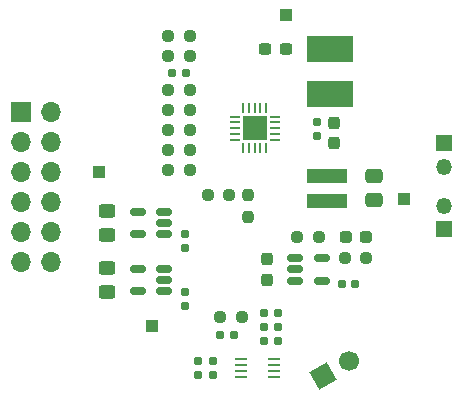
<source format=gbr>
%TF.GenerationSoftware,KiCad,Pcbnew,7.0.5*%
%TF.CreationDate,2023-06-06T16:57:07-04:00*%
%TF.ProjectId,PWR,5057522e-6b69-4636-9164-5f7063625858,rev?*%
%TF.SameCoordinates,Original*%
%TF.FileFunction,Soldermask,Top*%
%TF.FilePolarity,Negative*%
%FSLAX46Y46*%
G04 Gerber Fmt 4.6, Leading zero omitted, Abs format (unit mm)*
G04 Created by KiCad (PCBNEW 7.0.5) date 2023-06-06 16:57:07*
%MOMM*%
%LPD*%
G01*
G04 APERTURE LIST*
G04 Aperture macros list*
%AMRoundRect*
0 Rectangle with rounded corners*
0 $1 Rounding radius*
0 $2 $3 $4 $5 $6 $7 $8 $9 X,Y pos of 4 corners*
0 Add a 4 corners polygon primitive as box body*
4,1,4,$2,$3,$4,$5,$6,$7,$8,$9,$2,$3,0*
0 Add four circle primitives for the rounded corners*
1,1,$1+$1,$2,$3*
1,1,$1+$1,$4,$5*
1,1,$1+$1,$6,$7*
1,1,$1+$1,$8,$9*
0 Add four rect primitives between the rounded corners*
20,1,$1+$1,$2,$3,$4,$5,0*
20,1,$1+$1,$4,$5,$6,$7,0*
20,1,$1+$1,$6,$7,$8,$9,0*
20,1,$1+$1,$8,$9,$2,$3,0*%
%AMHorizOval*
0 Thick line with rounded ends*
0 $1 width*
0 $2 $3 position (X,Y) of the first rounded end (center of the circle)*
0 $4 $5 position (X,Y) of the second rounded end (center of the circle)*
0 Add line between two ends*
20,1,$1,$2,$3,$4,$5,0*
0 Add two circle primitives to create the rounded ends*
1,1,$1,$2,$3*
1,1,$1,$4,$5*%
%AMRotRect*
0 Rectangle, with rotation*
0 The origin of the aperture is its center*
0 $1 length*
0 $2 width*
0 $3 Rotation angle, in degrees counterclockwise*
0 Add horizontal line*
21,1,$1,$2,0,0,$3*%
G04 Aperture macros list end*
%ADD10RoundRect,0.155000X-0.212500X-0.155000X0.212500X-0.155000X0.212500X0.155000X-0.212500X0.155000X0*%
%ADD11RoundRect,0.160000X0.160000X-0.197500X0.160000X0.197500X-0.160000X0.197500X-0.160000X-0.197500X0*%
%ADD12RoundRect,0.237500X0.250000X0.237500X-0.250000X0.237500X-0.250000X-0.237500X0.250000X-0.237500X0*%
%ADD13RoundRect,0.237500X0.237500X-0.300000X0.237500X0.300000X-0.237500X0.300000X-0.237500X-0.300000X0*%
%ADD14RoundRect,0.150000X0.512500X0.150000X-0.512500X0.150000X-0.512500X-0.150000X0.512500X-0.150000X0*%
%ADD15R,1.000000X1.000000*%
%ADD16RoundRect,0.237500X-0.250000X-0.237500X0.250000X-0.237500X0.250000X0.237500X-0.250000X0.237500X0*%
%ADD17R,3.900000X2.200000*%
%ADD18RoundRect,0.237500X0.237500X-0.250000X0.237500X0.250000X-0.237500X0.250000X-0.237500X-0.250000X0*%
%ADD19RoundRect,0.155000X-0.155000X0.212500X-0.155000X-0.212500X0.155000X-0.212500X0.155000X0.212500X0*%
%ADD20RoundRect,0.062500X-0.062500X0.375000X-0.062500X-0.375000X0.062500X-0.375000X0.062500X0.375000X0*%
%ADD21RoundRect,0.062500X-0.375000X0.062500X-0.375000X-0.062500X0.375000X-0.062500X0.375000X0.062500X0*%
%ADD22R,2.000000X2.000000*%
%ADD23RoundRect,0.237500X-0.237500X0.300000X-0.237500X-0.300000X0.237500X-0.300000X0.237500X0.300000X0*%
%ADD24RoundRect,0.160000X-0.197500X-0.160000X0.197500X-0.160000X0.197500X0.160000X-0.197500X0.160000X0*%
%ADD25RoundRect,0.250000X0.450000X-0.325000X0.450000X0.325000X-0.450000X0.325000X-0.450000X-0.325000X0*%
%ADD26R,3.400000X1.300000*%
%ADD27R,1.350000X1.350000*%
%ADD28O,1.350000X1.350000*%
%ADD29RoundRect,0.150000X-0.512500X-0.150000X0.512500X-0.150000X0.512500X0.150000X-0.512500X0.150000X0*%
%ADD30RoundRect,0.237500X-0.287500X-0.237500X0.287500X-0.237500X0.287500X0.237500X-0.287500X0.237500X0*%
%ADD31RoundRect,0.250000X0.475000X-0.337500X0.475000X0.337500X-0.475000X0.337500X-0.475000X-0.337500X0*%
%ADD32RotRect,1.700000X1.700000X120.000000*%
%ADD33HorizOval,1.700000X0.000000X0.000000X0.000000X0.000000X0*%
%ADD34R,1.120000X0.270000*%
%ADD35RoundRect,0.155000X0.212500X0.155000X-0.212500X0.155000X-0.212500X-0.155000X0.212500X-0.155000X0*%
%ADD36RoundRect,0.237500X0.300000X0.237500X-0.300000X0.237500X-0.300000X-0.237500X0.300000X-0.237500X0*%
%ADD37R,1.700000X1.700000*%
%ADD38O,1.700000X1.700000*%
G04 APERTURE END LIST*
D10*
%TO.C,C5*%
X146102500Y-107950000D03*
X147237500Y-107950000D03*
%TD*%
D11*
%TO.C,R3*%
X144172510Y-111337494D03*
X144172510Y-110142494D03*
%TD*%
D12*
%TO.C,R15*%
X158442500Y-101440000D03*
X156617500Y-101440000D03*
%TD*%
D13*
%TO.C,C4*%
X150030000Y-103252500D03*
X150030000Y-101527500D03*
%TD*%
D14*
%TO.C,U1*%
X141367500Y-99402500D03*
X141367500Y-98452500D03*
X141367500Y-97502500D03*
X139092500Y-97502500D03*
X139092500Y-99402500D03*
%TD*%
D10*
%TO.C,C13*%
X156392500Y-103590000D03*
X157527500Y-103590000D03*
%TD*%
D15*
%TO.C,TP1*%
X135820000Y-94140000D03*
%TD*%
D16*
%TO.C,R13*%
X141683220Y-82594280D03*
X143508220Y-82594280D03*
%TD*%
D12*
%TO.C,R16*%
X154442500Y-99630000D03*
X152617500Y-99630000D03*
%TD*%
D10*
%TO.C,C1*%
X149802500Y-108450000D03*
X150937500Y-108450000D03*
%TD*%
D16*
%TO.C,R12*%
X141683220Y-84294280D03*
X143508220Y-84294280D03*
%TD*%
D17*
%TO.C,L2*%
X155420000Y-83740000D03*
X155420000Y-87540000D03*
%TD*%
D18*
%TO.C,R11*%
X148420000Y-97952500D03*
X148420000Y-96127500D03*
%TD*%
D16*
%TO.C,R5*%
X146097500Y-106400000D03*
X147922500Y-106400000D03*
%TD*%
D19*
%TO.C,C11*%
X143130000Y-104322500D03*
X143130000Y-105457500D03*
%TD*%
D20*
%TO.C,U2*%
X149995720Y-88756780D03*
X149495720Y-88756780D03*
X148995720Y-88756780D03*
X148495720Y-88756780D03*
X147995720Y-88756780D03*
D21*
X147308220Y-89444280D03*
X147308220Y-89944280D03*
X147308220Y-90444280D03*
X147308220Y-90944280D03*
X147308220Y-91444280D03*
D20*
X147995720Y-92131780D03*
X148495720Y-92131780D03*
X148995720Y-92131780D03*
X149495720Y-92131780D03*
X149995720Y-92131780D03*
D21*
X150683220Y-91444280D03*
X150683220Y-90944280D03*
X150683220Y-90444280D03*
X150683220Y-89944280D03*
X150683220Y-89444280D03*
D22*
X148995720Y-90444280D03*
%TD*%
D23*
%TO.C,C3*%
X155755720Y-89981780D03*
X155755720Y-91706780D03*
%TD*%
D16*
%TO.C,R10*%
X141683220Y-92254280D03*
X143508220Y-92254280D03*
%TD*%
D24*
%TO.C,R1*%
X149792500Y-106120000D03*
X150987500Y-106120000D03*
%TD*%
D25*
%TO.C,C10*%
X136480000Y-99455000D03*
X136480000Y-97405000D03*
%TD*%
D16*
%TO.C,R14*%
X141683220Y-93954280D03*
X143508220Y-93954280D03*
%TD*%
D26*
%TO.C,L1*%
X155170000Y-94464280D03*
X155170000Y-96564280D03*
%TD*%
D19*
%TO.C,C2*%
X154245720Y-89926780D03*
X154245720Y-91061780D03*
%TD*%
D27*
%TO.C,J4*%
X165000000Y-91700000D03*
D28*
X165000000Y-93700000D03*
%TD*%
D29*
%TO.C,U4*%
X152392500Y-101440000D03*
X152392500Y-102390000D03*
X152392500Y-103340000D03*
X154667500Y-103340000D03*
X154667500Y-101440000D03*
%TD*%
D30*
%TO.C,D1*%
X156700000Y-99660000D03*
X158450000Y-99660000D03*
%TD*%
D16*
%TO.C,R9*%
X141687500Y-87200000D03*
X143512500Y-87200000D03*
%TD*%
D19*
%TO.C,C9*%
X143110000Y-99432500D03*
X143110000Y-100567500D03*
%TD*%
D15*
%TO.C,TP3*%
X151670000Y-80890000D03*
%TD*%
D31*
%TO.C,C6*%
X159145720Y-96551780D03*
X159145720Y-94476780D03*
%TD*%
D25*
%TO.C,C12*%
X136480000Y-104305000D03*
X136480000Y-102255000D03*
%TD*%
D15*
%TO.C,TP4*%
X140350000Y-107180000D03*
%TD*%
D27*
%TO.C,J3*%
X165000000Y-99000000D03*
D28*
X165000000Y-97000000D03*
%TD*%
D32*
%TO.C,J1*%
X154795818Y-111437500D03*
D33*
X156995523Y-110167500D03*
%TD*%
D24*
%TO.C,R2*%
X149792500Y-107290000D03*
X150987500Y-107290000D03*
%TD*%
D11*
%TO.C,R4*%
X145502500Y-111347500D03*
X145502500Y-110152500D03*
%TD*%
D34*
%TO.C,IC1*%
X147847500Y-109970000D03*
X147847500Y-110470000D03*
X147847500Y-110970000D03*
X147847500Y-111470000D03*
X150657500Y-111470000D03*
X150657500Y-110970000D03*
X150657500Y-110470000D03*
X150657500Y-109970000D03*
%TD*%
D12*
%TO.C,R6*%
X143502500Y-88890000D03*
X141677500Y-88890000D03*
%TD*%
D35*
%TO.C,C8*%
X143163220Y-85724280D03*
X142028220Y-85724280D03*
%TD*%
D36*
%TO.C,C7*%
X151632500Y-83720000D03*
X149907500Y-83720000D03*
%TD*%
D16*
%TO.C,R7*%
X141683220Y-90554280D03*
X143508220Y-90554280D03*
%TD*%
D15*
%TO.C,TP2*%
X161660000Y-96420000D03*
%TD*%
D14*
%TO.C,U3*%
X141367500Y-104252500D03*
X141367500Y-103302500D03*
X141367500Y-102352500D03*
X139092500Y-102352500D03*
X139092500Y-104252500D03*
%TD*%
D37*
%TO.C,J2*%
X129225000Y-89100000D03*
D38*
X131765000Y-89100000D03*
X129225000Y-91640000D03*
X131765000Y-91640000D03*
X129225000Y-94180000D03*
X131765000Y-94180000D03*
X129225000Y-96720000D03*
X131765000Y-96720000D03*
X129225000Y-99260000D03*
X131765000Y-99260000D03*
X129225000Y-101800000D03*
X131765000Y-101800000D03*
%TD*%
D12*
%TO.C,R8*%
X146852500Y-96110000D03*
X145027500Y-96110000D03*
%TD*%
M02*

</source>
